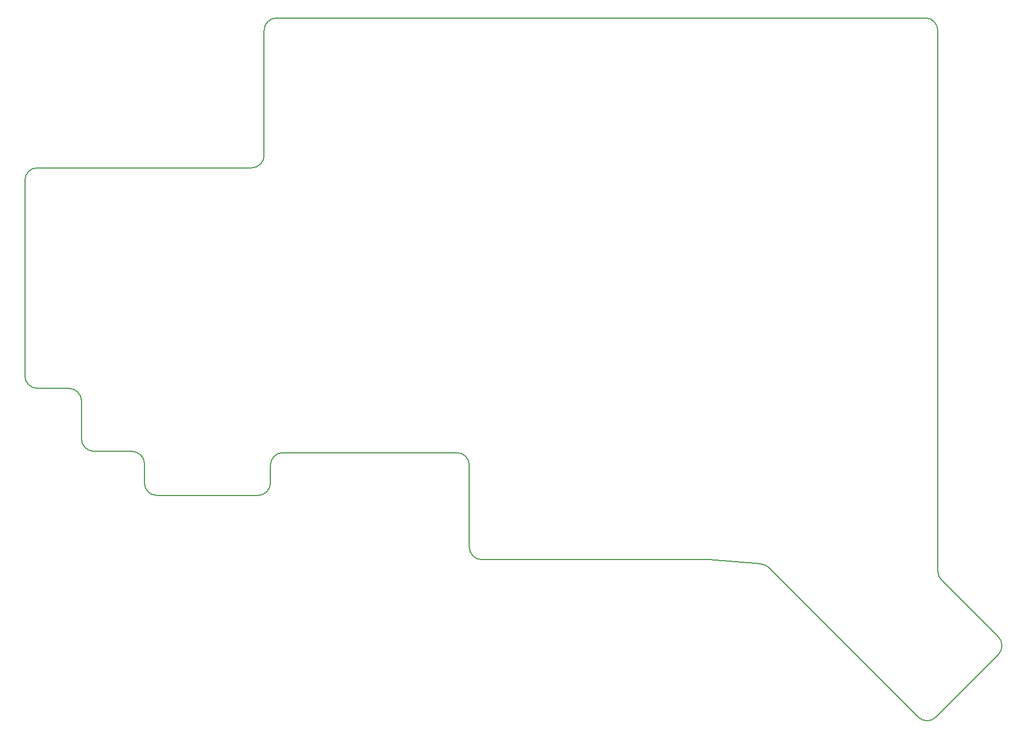
<source format=gbr>
%TF.GenerationSoftware,KiCad,Pcbnew,8.0.1*%
%TF.CreationDate,2024-03-21T22:06:00-04:00*%
%TF.ProjectId,handlebar,68616e64-6c65-4626-9172-2e6b69636164,0.0.1*%
%TF.SameCoordinates,Original*%
%TF.FileFunction,Profile,NP*%
%FSLAX46Y46*%
G04 Gerber Fmt 4.6, Leading zero omitted, Abs format (unit mm)*
G04 Created by KiCad (PCBNEW 8.0.1) date 2024-03-21 22:06:00*
%MOMM*%
%LPD*%
G01*
G04 APERTURE LIST*
%TA.AperFunction,Profile*%
%ADD10C,0.150000*%
%TD*%
G04 APERTURE END LIST*
D10*
X-7000000Y-9000000D02*
X20600000Y-9000000D01*
X-10000000Y38200000D02*
X-10000000Y58000000D01*
X-8000000Y60000000D02*
X95000000Y60000000D01*
X-46000000Y1200000D02*
X-41000000Y1200000D01*
X-48000000Y3200000D02*
X-48000000Y34200000D01*
X-46000000Y36200000D02*
X-12000000Y36200000D01*
X-27000000Y-15800000D02*
X-11000000Y-15800000D01*
X-9000000Y-13800000D02*
X-9000000Y-11000000D01*
X-29000000Y-10800000D02*
X-29000000Y-13800000D01*
X-31000000Y-8800000D02*
X-37000000Y-8800000D01*
X-39000000Y-6800000D02*
X-39000000Y-800000D01*
X24600000Y-26000000D02*
X60517721Y-26000000D01*
X22600000Y-11000000D02*
X22600000Y-24000000D01*
X70179216Y-27265507D02*
X93884271Y-50970563D01*
X97585786Y-29216234D02*
X106612193Y-38242641D01*
X96712698Y-50970563D02*
X106612193Y-41071068D01*
X97000000Y58000000D02*
X97000000Y-27802020D01*
X68929281Y-26686479D02*
X60681999Y-26006758D01*
X20600000Y-9000000D02*
G75*
G02*
X22600000Y-11000000I0J-2000000D01*
G01*
X24600000Y-26000000D02*
G75*
G02*
X22600000Y-24000000I0J2000000D01*
G01*
X60517721Y-26000000D02*
G75*
G02*
X60681999Y-26006758I0J-2000000D01*
G01*
X68929280Y-26686479D02*
G75*
G02*
X70179216Y-27265507I-164278J-1993242D01*
G01*
X96712699Y-50970563D02*
G75*
G02*
X93884271Y-50970563I-1414214J1414214D01*
G01*
X106612193Y-38242642D02*
G75*
G02*
X106612192Y-41071067I-1414213J-1414212D01*
G01*
X97585786Y-29216234D02*
G75*
G02*
X97000000Y-27802020I1414214J1414214D01*
G01*
X95000000Y60000000D02*
G75*
G02*
X97000000Y58000000I0J-2000000D01*
G01*
X-10000000Y58000000D02*
G75*
G02*
X-8000000Y60000000I2000000J0D01*
G01*
X-10000000Y38200000D02*
G75*
G02*
X-12000000Y36200000I-2000000J0D01*
G01*
X-48000000Y34200000D02*
G75*
G02*
X-46000000Y36200000I2000000J0D01*
G01*
X-46000000Y1200000D02*
G75*
G02*
X-48000000Y3200000I0J2000000D01*
G01*
X-41000000Y1200000D02*
G75*
G02*
X-39000000Y-800000I0J-2000000D01*
G01*
X-37000000Y-8800000D02*
G75*
G02*
X-39000000Y-6800000I0J2000000D01*
G01*
X-31000000Y-8800000D02*
G75*
G02*
X-29000000Y-10800000I0J-2000000D01*
G01*
X-27000000Y-15800000D02*
G75*
G02*
X-29000000Y-13800000I0J2000000D01*
G01*
X-9000000Y-13800000D02*
G75*
G02*
X-11000000Y-15800000I-2000000J0D01*
G01*
X-9000000Y-11000000D02*
G75*
G02*
X-7000000Y-9000000I2000000J0D01*
G01*
M02*

</source>
